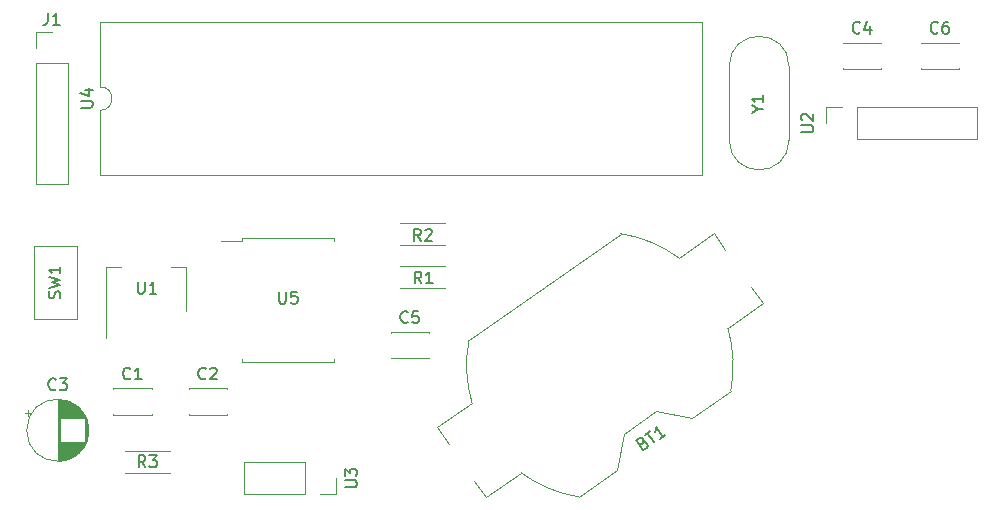
<source format=gbr>
%TF.GenerationSoftware,KiCad,Pcbnew,7.0.0*%
%TF.CreationDate,2023-07-13T20:29:25+08:00*%
%TF.ProjectId,Controller,436f6e74-726f-46c6-9c65-722e6b696361,rev?*%
%TF.SameCoordinates,Original*%
%TF.FileFunction,Legend,Top*%
%TF.FilePolarity,Positive*%
%FSLAX46Y46*%
G04 Gerber Fmt 4.6, Leading zero omitted, Abs format (unit mm)*
G04 Created by KiCad (PCBNEW 7.0.0) date 2023-07-13 20:29:25*
%MOMM*%
%LPD*%
G01*
G04 APERTURE LIST*
%ADD10C,0.150000*%
%ADD11C,0.120000*%
G04 APERTURE END LIST*
D10*
%TO.C,U2*%
X152517380Y-140371904D02*
X153326904Y-140371904D01*
X153326904Y-140371904D02*
X153422142Y-140324285D01*
X153422142Y-140324285D02*
X153469761Y-140276666D01*
X153469761Y-140276666D02*
X153517380Y-140181428D01*
X153517380Y-140181428D02*
X153517380Y-139990952D01*
X153517380Y-139990952D02*
X153469761Y-139895714D01*
X153469761Y-139895714D02*
X153422142Y-139848095D01*
X153422142Y-139848095D02*
X153326904Y-139800476D01*
X153326904Y-139800476D02*
X152517380Y-139800476D01*
X152612619Y-139371904D02*
X152565000Y-139324285D01*
X152565000Y-139324285D02*
X152517380Y-139229047D01*
X152517380Y-139229047D02*
X152517380Y-138990952D01*
X152517380Y-138990952D02*
X152565000Y-138895714D01*
X152565000Y-138895714D02*
X152612619Y-138848095D01*
X152612619Y-138848095D02*
X152707857Y-138800476D01*
X152707857Y-138800476D02*
X152803095Y-138800476D01*
X152803095Y-138800476D02*
X152945952Y-138848095D01*
X152945952Y-138848095D02*
X153517380Y-139419523D01*
X153517380Y-139419523D02*
X153517380Y-138800476D01*
%TO.C,R1*%
X120353333Y-153177380D02*
X120020000Y-152701190D01*
X119781905Y-153177380D02*
X119781905Y-152177380D01*
X119781905Y-152177380D02*
X120162857Y-152177380D01*
X120162857Y-152177380D02*
X120258095Y-152225000D01*
X120258095Y-152225000D02*
X120305714Y-152272619D01*
X120305714Y-152272619D02*
X120353333Y-152367857D01*
X120353333Y-152367857D02*
X120353333Y-152510714D01*
X120353333Y-152510714D02*
X120305714Y-152605952D01*
X120305714Y-152605952D02*
X120258095Y-152653571D01*
X120258095Y-152653571D02*
X120162857Y-152701190D01*
X120162857Y-152701190D02*
X119781905Y-152701190D01*
X121305714Y-153177380D02*
X120734286Y-153177380D01*
X121020000Y-153177380D02*
X121020000Y-152177380D01*
X121020000Y-152177380D02*
X120924762Y-152320238D01*
X120924762Y-152320238D02*
X120829524Y-152415476D01*
X120829524Y-152415476D02*
X120734286Y-152463095D01*
%TO.C,C6*%
X164073333Y-131932142D02*
X164025714Y-131979761D01*
X164025714Y-131979761D02*
X163882857Y-132027380D01*
X163882857Y-132027380D02*
X163787619Y-132027380D01*
X163787619Y-132027380D02*
X163644762Y-131979761D01*
X163644762Y-131979761D02*
X163549524Y-131884523D01*
X163549524Y-131884523D02*
X163501905Y-131789285D01*
X163501905Y-131789285D02*
X163454286Y-131598809D01*
X163454286Y-131598809D02*
X163454286Y-131455952D01*
X163454286Y-131455952D02*
X163501905Y-131265476D01*
X163501905Y-131265476D02*
X163549524Y-131170238D01*
X163549524Y-131170238D02*
X163644762Y-131075000D01*
X163644762Y-131075000D02*
X163787619Y-131027380D01*
X163787619Y-131027380D02*
X163882857Y-131027380D01*
X163882857Y-131027380D02*
X164025714Y-131075000D01*
X164025714Y-131075000D02*
X164073333Y-131122619D01*
X164930476Y-131027380D02*
X164740000Y-131027380D01*
X164740000Y-131027380D02*
X164644762Y-131075000D01*
X164644762Y-131075000D02*
X164597143Y-131122619D01*
X164597143Y-131122619D02*
X164501905Y-131265476D01*
X164501905Y-131265476D02*
X164454286Y-131455952D01*
X164454286Y-131455952D02*
X164454286Y-131836904D01*
X164454286Y-131836904D02*
X164501905Y-131932142D01*
X164501905Y-131932142D02*
X164549524Y-131979761D01*
X164549524Y-131979761D02*
X164644762Y-132027380D01*
X164644762Y-132027380D02*
X164835238Y-132027380D01*
X164835238Y-132027380D02*
X164930476Y-131979761D01*
X164930476Y-131979761D02*
X164978095Y-131932142D01*
X164978095Y-131932142D02*
X165025714Y-131836904D01*
X165025714Y-131836904D02*
X165025714Y-131598809D01*
X165025714Y-131598809D02*
X164978095Y-131503571D01*
X164978095Y-131503571D02*
X164930476Y-131455952D01*
X164930476Y-131455952D02*
X164835238Y-131408333D01*
X164835238Y-131408333D02*
X164644762Y-131408333D01*
X164644762Y-131408333D02*
X164549524Y-131455952D01*
X164549524Y-131455952D02*
X164501905Y-131503571D01*
X164501905Y-131503571D02*
X164454286Y-131598809D01*
%TO.C,C3*%
X89388333Y-162130142D02*
X89340714Y-162177761D01*
X89340714Y-162177761D02*
X89197857Y-162225380D01*
X89197857Y-162225380D02*
X89102619Y-162225380D01*
X89102619Y-162225380D02*
X88959762Y-162177761D01*
X88959762Y-162177761D02*
X88864524Y-162082523D01*
X88864524Y-162082523D02*
X88816905Y-161987285D01*
X88816905Y-161987285D02*
X88769286Y-161796809D01*
X88769286Y-161796809D02*
X88769286Y-161653952D01*
X88769286Y-161653952D02*
X88816905Y-161463476D01*
X88816905Y-161463476D02*
X88864524Y-161368238D01*
X88864524Y-161368238D02*
X88959762Y-161273000D01*
X88959762Y-161273000D02*
X89102619Y-161225380D01*
X89102619Y-161225380D02*
X89197857Y-161225380D01*
X89197857Y-161225380D02*
X89340714Y-161273000D01*
X89340714Y-161273000D02*
X89388333Y-161320619D01*
X89721667Y-161225380D02*
X90340714Y-161225380D01*
X90340714Y-161225380D02*
X90007381Y-161606333D01*
X90007381Y-161606333D02*
X90150238Y-161606333D01*
X90150238Y-161606333D02*
X90245476Y-161653952D01*
X90245476Y-161653952D02*
X90293095Y-161701571D01*
X90293095Y-161701571D02*
X90340714Y-161796809D01*
X90340714Y-161796809D02*
X90340714Y-162034904D01*
X90340714Y-162034904D02*
X90293095Y-162130142D01*
X90293095Y-162130142D02*
X90245476Y-162177761D01*
X90245476Y-162177761D02*
X90150238Y-162225380D01*
X90150238Y-162225380D02*
X89864524Y-162225380D01*
X89864524Y-162225380D02*
X89769286Y-162177761D01*
X89769286Y-162177761D02*
X89721667Y-162130142D01*
%TO.C,Y1*%
X148831190Y-138436190D02*
X149307380Y-138436190D01*
X148307380Y-138769523D02*
X148831190Y-138436190D01*
X148831190Y-138436190D02*
X148307380Y-138102857D01*
X149307380Y-137245714D02*
X149307380Y-137817142D01*
X149307380Y-137531428D02*
X148307380Y-137531428D01*
X148307380Y-137531428D02*
X148450238Y-137626666D01*
X148450238Y-137626666D02*
X148545476Y-137721904D01*
X148545476Y-137721904D02*
X148593095Y-137817142D01*
%TO.C,J1*%
X88726666Y-130287380D02*
X88726666Y-131001666D01*
X88726666Y-131001666D02*
X88679047Y-131144523D01*
X88679047Y-131144523D02*
X88583809Y-131239761D01*
X88583809Y-131239761D02*
X88440952Y-131287380D01*
X88440952Y-131287380D02*
X88345714Y-131287380D01*
X89726666Y-131287380D02*
X89155238Y-131287380D01*
X89440952Y-131287380D02*
X89440952Y-130287380D01*
X89440952Y-130287380D02*
X89345714Y-130430238D01*
X89345714Y-130430238D02*
X89250476Y-130525476D01*
X89250476Y-130525476D02*
X89155238Y-130573095D01*
%TO.C,BT1*%
X139097308Y-166674467D02*
X139241643Y-166631535D01*
X139241643Y-166631535D02*
X139307963Y-166643229D01*
X139307963Y-166643229D02*
X139401597Y-166693930D01*
X139401597Y-166693930D02*
X139483537Y-166810952D01*
X139483537Y-166810952D02*
X139499156Y-166916280D01*
X139499156Y-166916280D02*
X139487462Y-166982600D01*
X139487462Y-166982600D02*
X139436760Y-167076233D01*
X139436760Y-167076233D02*
X139124702Y-167294739D01*
X139124702Y-167294739D02*
X138551126Y-166475587D01*
X138551126Y-166475587D02*
X138824177Y-166284395D01*
X138824177Y-166284395D02*
X138929504Y-166268776D01*
X138929504Y-166268776D02*
X138995825Y-166280470D01*
X138995825Y-166280470D02*
X139089458Y-166331171D01*
X139089458Y-166331171D02*
X139144084Y-166409185D01*
X139144084Y-166409185D02*
X139159704Y-166514513D01*
X139159704Y-166514513D02*
X139148009Y-166580833D01*
X139148009Y-166580833D02*
X139097308Y-166674467D01*
X139097308Y-166674467D02*
X138824257Y-166865659D01*
X139253256Y-165983950D02*
X139721343Y-165656192D01*
X140060876Y-166639223D02*
X139487300Y-165820071D01*
X140997050Y-165983707D02*
X140528963Y-166311465D01*
X140763007Y-166147586D02*
X140189430Y-165328434D01*
X140189430Y-165328434D02*
X140193355Y-165500082D01*
X140193355Y-165500082D02*
X140169967Y-165632723D01*
X140169967Y-165632723D02*
X140119266Y-165726356D01*
%TO.C,C1*%
X95718333Y-161217142D02*
X95670714Y-161264761D01*
X95670714Y-161264761D02*
X95527857Y-161312380D01*
X95527857Y-161312380D02*
X95432619Y-161312380D01*
X95432619Y-161312380D02*
X95289762Y-161264761D01*
X95289762Y-161264761D02*
X95194524Y-161169523D01*
X95194524Y-161169523D02*
X95146905Y-161074285D01*
X95146905Y-161074285D02*
X95099286Y-160883809D01*
X95099286Y-160883809D02*
X95099286Y-160740952D01*
X95099286Y-160740952D02*
X95146905Y-160550476D01*
X95146905Y-160550476D02*
X95194524Y-160455238D01*
X95194524Y-160455238D02*
X95289762Y-160360000D01*
X95289762Y-160360000D02*
X95432619Y-160312380D01*
X95432619Y-160312380D02*
X95527857Y-160312380D01*
X95527857Y-160312380D02*
X95670714Y-160360000D01*
X95670714Y-160360000D02*
X95718333Y-160407619D01*
X96670714Y-161312380D02*
X96099286Y-161312380D01*
X96385000Y-161312380D02*
X96385000Y-160312380D01*
X96385000Y-160312380D02*
X96289762Y-160455238D01*
X96289762Y-160455238D02*
X96194524Y-160550476D01*
X96194524Y-160550476D02*
X96099286Y-160598095D01*
%TO.C,U1*%
X96334095Y-153037380D02*
X96334095Y-153846904D01*
X96334095Y-153846904D02*
X96381714Y-153942142D01*
X96381714Y-153942142D02*
X96429333Y-153989761D01*
X96429333Y-153989761D02*
X96524571Y-154037380D01*
X96524571Y-154037380D02*
X96715047Y-154037380D01*
X96715047Y-154037380D02*
X96810285Y-153989761D01*
X96810285Y-153989761D02*
X96857904Y-153942142D01*
X96857904Y-153942142D02*
X96905523Y-153846904D01*
X96905523Y-153846904D02*
X96905523Y-153037380D01*
X97905523Y-154037380D02*
X97334095Y-154037380D01*
X97619809Y-154037380D02*
X97619809Y-153037380D01*
X97619809Y-153037380D02*
X97524571Y-153180238D01*
X97524571Y-153180238D02*
X97429333Y-153275476D01*
X97429333Y-153275476D02*
X97334095Y-153323095D01*
%TO.C,U3*%
X113897380Y-170433904D02*
X114706904Y-170433904D01*
X114706904Y-170433904D02*
X114802142Y-170386285D01*
X114802142Y-170386285D02*
X114849761Y-170338666D01*
X114849761Y-170338666D02*
X114897380Y-170243428D01*
X114897380Y-170243428D02*
X114897380Y-170052952D01*
X114897380Y-170052952D02*
X114849761Y-169957714D01*
X114849761Y-169957714D02*
X114802142Y-169910095D01*
X114802142Y-169910095D02*
X114706904Y-169862476D01*
X114706904Y-169862476D02*
X113897380Y-169862476D01*
X113897380Y-169481523D02*
X113897380Y-168862476D01*
X113897380Y-168862476D02*
X114278333Y-169195809D01*
X114278333Y-169195809D02*
X114278333Y-169052952D01*
X114278333Y-169052952D02*
X114325952Y-168957714D01*
X114325952Y-168957714D02*
X114373571Y-168910095D01*
X114373571Y-168910095D02*
X114468809Y-168862476D01*
X114468809Y-168862476D02*
X114706904Y-168862476D01*
X114706904Y-168862476D02*
X114802142Y-168910095D01*
X114802142Y-168910095D02*
X114849761Y-168957714D01*
X114849761Y-168957714D02*
X114897380Y-169052952D01*
X114897380Y-169052952D02*
X114897380Y-169338666D01*
X114897380Y-169338666D02*
X114849761Y-169433904D01*
X114849761Y-169433904D02*
X114802142Y-169481523D01*
%TO.C,R3*%
X96988333Y-168742380D02*
X96655000Y-168266190D01*
X96416905Y-168742380D02*
X96416905Y-167742380D01*
X96416905Y-167742380D02*
X96797857Y-167742380D01*
X96797857Y-167742380D02*
X96893095Y-167790000D01*
X96893095Y-167790000D02*
X96940714Y-167837619D01*
X96940714Y-167837619D02*
X96988333Y-167932857D01*
X96988333Y-167932857D02*
X96988333Y-168075714D01*
X96988333Y-168075714D02*
X96940714Y-168170952D01*
X96940714Y-168170952D02*
X96893095Y-168218571D01*
X96893095Y-168218571D02*
X96797857Y-168266190D01*
X96797857Y-168266190D02*
X96416905Y-168266190D01*
X97321667Y-167742380D02*
X97940714Y-167742380D01*
X97940714Y-167742380D02*
X97607381Y-168123333D01*
X97607381Y-168123333D02*
X97750238Y-168123333D01*
X97750238Y-168123333D02*
X97845476Y-168170952D01*
X97845476Y-168170952D02*
X97893095Y-168218571D01*
X97893095Y-168218571D02*
X97940714Y-168313809D01*
X97940714Y-168313809D02*
X97940714Y-168551904D01*
X97940714Y-168551904D02*
X97893095Y-168647142D01*
X97893095Y-168647142D02*
X97845476Y-168694761D01*
X97845476Y-168694761D02*
X97750238Y-168742380D01*
X97750238Y-168742380D02*
X97464524Y-168742380D01*
X97464524Y-168742380D02*
X97369286Y-168694761D01*
X97369286Y-168694761D02*
X97321667Y-168647142D01*
%TO.C,U5*%
X108298095Y-153882380D02*
X108298095Y-154691904D01*
X108298095Y-154691904D02*
X108345714Y-154787142D01*
X108345714Y-154787142D02*
X108393333Y-154834761D01*
X108393333Y-154834761D02*
X108488571Y-154882380D01*
X108488571Y-154882380D02*
X108679047Y-154882380D01*
X108679047Y-154882380D02*
X108774285Y-154834761D01*
X108774285Y-154834761D02*
X108821904Y-154787142D01*
X108821904Y-154787142D02*
X108869523Y-154691904D01*
X108869523Y-154691904D02*
X108869523Y-153882380D01*
X109821904Y-153882380D02*
X109345714Y-153882380D01*
X109345714Y-153882380D02*
X109298095Y-154358571D01*
X109298095Y-154358571D02*
X109345714Y-154310952D01*
X109345714Y-154310952D02*
X109440952Y-154263333D01*
X109440952Y-154263333D02*
X109679047Y-154263333D01*
X109679047Y-154263333D02*
X109774285Y-154310952D01*
X109774285Y-154310952D02*
X109821904Y-154358571D01*
X109821904Y-154358571D02*
X109869523Y-154453809D01*
X109869523Y-154453809D02*
X109869523Y-154691904D01*
X109869523Y-154691904D02*
X109821904Y-154787142D01*
X109821904Y-154787142D02*
X109774285Y-154834761D01*
X109774285Y-154834761D02*
X109679047Y-154882380D01*
X109679047Y-154882380D02*
X109440952Y-154882380D01*
X109440952Y-154882380D02*
X109345714Y-154834761D01*
X109345714Y-154834761D02*
X109298095Y-154787142D01*
%TO.C,C4*%
X157473333Y-131932142D02*
X157425714Y-131979761D01*
X157425714Y-131979761D02*
X157282857Y-132027380D01*
X157282857Y-132027380D02*
X157187619Y-132027380D01*
X157187619Y-132027380D02*
X157044762Y-131979761D01*
X157044762Y-131979761D02*
X156949524Y-131884523D01*
X156949524Y-131884523D02*
X156901905Y-131789285D01*
X156901905Y-131789285D02*
X156854286Y-131598809D01*
X156854286Y-131598809D02*
X156854286Y-131455952D01*
X156854286Y-131455952D02*
X156901905Y-131265476D01*
X156901905Y-131265476D02*
X156949524Y-131170238D01*
X156949524Y-131170238D02*
X157044762Y-131075000D01*
X157044762Y-131075000D02*
X157187619Y-131027380D01*
X157187619Y-131027380D02*
X157282857Y-131027380D01*
X157282857Y-131027380D02*
X157425714Y-131075000D01*
X157425714Y-131075000D02*
X157473333Y-131122619D01*
X158330476Y-131360714D02*
X158330476Y-132027380D01*
X158092381Y-130979761D02*
X157854286Y-131694047D01*
X157854286Y-131694047D02*
X158473333Y-131694047D01*
%TO.C,R2*%
X120293333Y-149577380D02*
X119960000Y-149101190D01*
X119721905Y-149577380D02*
X119721905Y-148577380D01*
X119721905Y-148577380D02*
X120102857Y-148577380D01*
X120102857Y-148577380D02*
X120198095Y-148625000D01*
X120198095Y-148625000D02*
X120245714Y-148672619D01*
X120245714Y-148672619D02*
X120293333Y-148767857D01*
X120293333Y-148767857D02*
X120293333Y-148910714D01*
X120293333Y-148910714D02*
X120245714Y-149005952D01*
X120245714Y-149005952D02*
X120198095Y-149053571D01*
X120198095Y-149053571D02*
X120102857Y-149101190D01*
X120102857Y-149101190D02*
X119721905Y-149101190D01*
X120674286Y-148672619D02*
X120721905Y-148625000D01*
X120721905Y-148625000D02*
X120817143Y-148577380D01*
X120817143Y-148577380D02*
X121055238Y-148577380D01*
X121055238Y-148577380D02*
X121150476Y-148625000D01*
X121150476Y-148625000D02*
X121198095Y-148672619D01*
X121198095Y-148672619D02*
X121245714Y-148767857D01*
X121245714Y-148767857D02*
X121245714Y-148863095D01*
X121245714Y-148863095D02*
X121198095Y-149005952D01*
X121198095Y-149005952D02*
X120626667Y-149577380D01*
X120626667Y-149577380D02*
X121245714Y-149577380D01*
%TO.C,U4*%
X91517380Y-138291904D02*
X92326904Y-138291904D01*
X92326904Y-138291904D02*
X92422142Y-138244285D01*
X92422142Y-138244285D02*
X92469761Y-138196666D01*
X92469761Y-138196666D02*
X92517380Y-138101428D01*
X92517380Y-138101428D02*
X92517380Y-137910952D01*
X92517380Y-137910952D02*
X92469761Y-137815714D01*
X92469761Y-137815714D02*
X92422142Y-137768095D01*
X92422142Y-137768095D02*
X92326904Y-137720476D01*
X92326904Y-137720476D02*
X91517380Y-137720476D01*
X91850714Y-136815714D02*
X92517380Y-136815714D01*
X91469761Y-137053809D02*
X92184047Y-137291904D01*
X92184047Y-137291904D02*
X92184047Y-136672857D01*
%TO.C,C2*%
X102088333Y-161217142D02*
X102040714Y-161264761D01*
X102040714Y-161264761D02*
X101897857Y-161312380D01*
X101897857Y-161312380D02*
X101802619Y-161312380D01*
X101802619Y-161312380D02*
X101659762Y-161264761D01*
X101659762Y-161264761D02*
X101564524Y-161169523D01*
X101564524Y-161169523D02*
X101516905Y-161074285D01*
X101516905Y-161074285D02*
X101469286Y-160883809D01*
X101469286Y-160883809D02*
X101469286Y-160740952D01*
X101469286Y-160740952D02*
X101516905Y-160550476D01*
X101516905Y-160550476D02*
X101564524Y-160455238D01*
X101564524Y-160455238D02*
X101659762Y-160360000D01*
X101659762Y-160360000D02*
X101802619Y-160312380D01*
X101802619Y-160312380D02*
X101897857Y-160312380D01*
X101897857Y-160312380D02*
X102040714Y-160360000D01*
X102040714Y-160360000D02*
X102088333Y-160407619D01*
X102469286Y-160407619D02*
X102516905Y-160360000D01*
X102516905Y-160360000D02*
X102612143Y-160312380D01*
X102612143Y-160312380D02*
X102850238Y-160312380D01*
X102850238Y-160312380D02*
X102945476Y-160360000D01*
X102945476Y-160360000D02*
X102993095Y-160407619D01*
X102993095Y-160407619D02*
X103040714Y-160502857D01*
X103040714Y-160502857D02*
X103040714Y-160598095D01*
X103040714Y-160598095D02*
X102993095Y-160740952D01*
X102993095Y-160740952D02*
X102421667Y-161312380D01*
X102421667Y-161312380D02*
X103040714Y-161312380D01*
%TO.C,C5*%
X119193333Y-156432142D02*
X119145714Y-156479761D01*
X119145714Y-156479761D02*
X119002857Y-156527380D01*
X119002857Y-156527380D02*
X118907619Y-156527380D01*
X118907619Y-156527380D02*
X118764762Y-156479761D01*
X118764762Y-156479761D02*
X118669524Y-156384523D01*
X118669524Y-156384523D02*
X118621905Y-156289285D01*
X118621905Y-156289285D02*
X118574286Y-156098809D01*
X118574286Y-156098809D02*
X118574286Y-155955952D01*
X118574286Y-155955952D02*
X118621905Y-155765476D01*
X118621905Y-155765476D02*
X118669524Y-155670238D01*
X118669524Y-155670238D02*
X118764762Y-155575000D01*
X118764762Y-155575000D02*
X118907619Y-155527380D01*
X118907619Y-155527380D02*
X119002857Y-155527380D01*
X119002857Y-155527380D02*
X119145714Y-155575000D01*
X119145714Y-155575000D02*
X119193333Y-155622619D01*
X120098095Y-155527380D02*
X119621905Y-155527380D01*
X119621905Y-155527380D02*
X119574286Y-156003571D01*
X119574286Y-156003571D02*
X119621905Y-155955952D01*
X119621905Y-155955952D02*
X119717143Y-155908333D01*
X119717143Y-155908333D02*
X119955238Y-155908333D01*
X119955238Y-155908333D02*
X120050476Y-155955952D01*
X120050476Y-155955952D02*
X120098095Y-156003571D01*
X120098095Y-156003571D02*
X120145714Y-156098809D01*
X120145714Y-156098809D02*
X120145714Y-156336904D01*
X120145714Y-156336904D02*
X120098095Y-156432142D01*
X120098095Y-156432142D02*
X120050476Y-156479761D01*
X120050476Y-156479761D02*
X119955238Y-156527380D01*
X119955238Y-156527380D02*
X119717143Y-156527380D01*
X119717143Y-156527380D02*
X119621905Y-156479761D01*
X119621905Y-156479761D02*
X119574286Y-156432142D01*
%TO.C,SW1*%
X89729761Y-154433332D02*
X89777380Y-154290475D01*
X89777380Y-154290475D02*
X89777380Y-154052380D01*
X89777380Y-154052380D02*
X89729761Y-153957142D01*
X89729761Y-153957142D02*
X89682142Y-153909523D01*
X89682142Y-153909523D02*
X89586904Y-153861904D01*
X89586904Y-153861904D02*
X89491666Y-153861904D01*
X89491666Y-153861904D02*
X89396428Y-153909523D01*
X89396428Y-153909523D02*
X89348809Y-153957142D01*
X89348809Y-153957142D02*
X89301190Y-154052380D01*
X89301190Y-154052380D02*
X89253571Y-154242856D01*
X89253571Y-154242856D02*
X89205952Y-154338094D01*
X89205952Y-154338094D02*
X89158333Y-154385713D01*
X89158333Y-154385713D02*
X89063095Y-154433332D01*
X89063095Y-154433332D02*
X88967857Y-154433332D01*
X88967857Y-154433332D02*
X88872619Y-154385713D01*
X88872619Y-154385713D02*
X88825000Y-154338094D01*
X88825000Y-154338094D02*
X88777380Y-154242856D01*
X88777380Y-154242856D02*
X88777380Y-154004761D01*
X88777380Y-154004761D02*
X88825000Y-153861904D01*
X88777380Y-153528570D02*
X89777380Y-153290475D01*
X89777380Y-153290475D02*
X89063095Y-153099999D01*
X89063095Y-153099999D02*
X89777380Y-152909523D01*
X89777380Y-152909523D02*
X88777380Y-152671428D01*
X89777380Y-151766666D02*
X89777380Y-152338094D01*
X89777380Y-152052380D02*
X88777380Y-152052380D01*
X88777380Y-152052380D02*
X88920238Y-152147618D01*
X88920238Y-152147618D02*
X89015476Y-152242856D01*
X89015476Y-152242856D02*
X89063095Y-152338094D01*
D11*
%TO.C,U2*%
X157190000Y-140940000D02*
X167410000Y-140940000D01*
X157190000Y-140940000D02*
X157190000Y-138280000D01*
X167410000Y-140940000D02*
X167410000Y-138280000D01*
X154590000Y-139610000D02*
X154590000Y-138280000D01*
X154590000Y-138280000D02*
X155920000Y-138280000D01*
X157190000Y-138280000D02*
X167410000Y-138280000D01*
%TO.C,R1*%
X118540000Y-151690000D02*
X122380000Y-151690000D01*
X118540000Y-153530000D02*
X122380000Y-153530000D01*
%TO.C,C6*%
X162620000Y-132790000D02*
X162620000Y-132855000D01*
X162620000Y-132790000D02*
X165860000Y-132790000D01*
X162620000Y-134965000D02*
X162620000Y-135030000D01*
X162620000Y-135030000D02*
X165860000Y-135030000D01*
X165860000Y-132790000D02*
X165860000Y-132855000D01*
X165860000Y-134965000D02*
X165860000Y-135030000D01*
%TO.C,C3*%
X86750225Y-164133000D02*
X87250225Y-164133000D01*
X87000225Y-163883000D02*
X87000225Y-164383000D01*
X89555000Y-163028000D02*
X89555000Y-168188000D01*
X89595000Y-163028000D02*
X89595000Y-168188000D01*
X89635000Y-163029000D02*
X89635000Y-168187000D01*
X89675000Y-163030000D02*
X89675000Y-168186000D01*
X89715000Y-163032000D02*
X89715000Y-168184000D01*
X89755000Y-163035000D02*
X89755000Y-168181000D01*
X89795000Y-163039000D02*
X89795000Y-164568000D01*
X89795000Y-166648000D02*
X89795000Y-168177000D01*
X89835000Y-163043000D02*
X89835000Y-164568000D01*
X89835000Y-166648000D02*
X89835000Y-168173000D01*
X89875000Y-163047000D02*
X89875000Y-164568000D01*
X89875000Y-166648000D02*
X89875000Y-168169000D01*
X89915000Y-163052000D02*
X89915000Y-164568000D01*
X89915000Y-166648000D02*
X89915000Y-168164000D01*
X89955000Y-163058000D02*
X89955000Y-164568000D01*
X89955000Y-166648000D02*
X89955000Y-168158000D01*
X89995000Y-163065000D02*
X89995000Y-164568000D01*
X89995000Y-166648000D02*
X89995000Y-168151000D01*
X90035000Y-163072000D02*
X90035000Y-164568000D01*
X90035000Y-166648000D02*
X90035000Y-168144000D01*
X90075000Y-163080000D02*
X90075000Y-164568000D01*
X90075000Y-166648000D02*
X90075000Y-168136000D01*
X90115000Y-163088000D02*
X90115000Y-164568000D01*
X90115000Y-166648000D02*
X90115000Y-168128000D01*
X90155000Y-163097000D02*
X90155000Y-164568000D01*
X90155000Y-166648000D02*
X90155000Y-168119000D01*
X90195000Y-163107000D02*
X90195000Y-164568000D01*
X90195000Y-166648000D02*
X90195000Y-168109000D01*
X90235000Y-163117000D02*
X90235000Y-164568000D01*
X90235000Y-166648000D02*
X90235000Y-168099000D01*
X90276000Y-163128000D02*
X90276000Y-164568000D01*
X90276000Y-166648000D02*
X90276000Y-168088000D01*
X90316000Y-163140000D02*
X90316000Y-164568000D01*
X90316000Y-166648000D02*
X90316000Y-168076000D01*
X90356000Y-163153000D02*
X90356000Y-164568000D01*
X90356000Y-166648000D02*
X90356000Y-168063000D01*
X90396000Y-163166000D02*
X90396000Y-164568000D01*
X90396000Y-166648000D02*
X90396000Y-168050000D01*
X90436000Y-163180000D02*
X90436000Y-164568000D01*
X90436000Y-166648000D02*
X90436000Y-168036000D01*
X90476000Y-163194000D02*
X90476000Y-164568000D01*
X90476000Y-166648000D02*
X90476000Y-168022000D01*
X90516000Y-163210000D02*
X90516000Y-164568000D01*
X90516000Y-166648000D02*
X90516000Y-168006000D01*
X90556000Y-163226000D02*
X90556000Y-164568000D01*
X90556000Y-166648000D02*
X90556000Y-167990000D01*
X90596000Y-163243000D02*
X90596000Y-164568000D01*
X90596000Y-166648000D02*
X90596000Y-167973000D01*
X90636000Y-163260000D02*
X90636000Y-164568000D01*
X90636000Y-166648000D02*
X90636000Y-167956000D01*
X90676000Y-163279000D02*
X90676000Y-164568000D01*
X90676000Y-166648000D02*
X90676000Y-167937000D01*
X90716000Y-163298000D02*
X90716000Y-164568000D01*
X90716000Y-166648000D02*
X90716000Y-167918000D01*
X90756000Y-163318000D02*
X90756000Y-164568000D01*
X90756000Y-166648000D02*
X90756000Y-167898000D01*
X90796000Y-163340000D02*
X90796000Y-164568000D01*
X90796000Y-166648000D02*
X90796000Y-167876000D01*
X90836000Y-163361000D02*
X90836000Y-164568000D01*
X90836000Y-166648000D02*
X90836000Y-167855000D01*
X90876000Y-163384000D02*
X90876000Y-164568000D01*
X90876000Y-166648000D02*
X90876000Y-167832000D01*
X90916000Y-163408000D02*
X90916000Y-164568000D01*
X90916000Y-166648000D02*
X90916000Y-167808000D01*
X90956000Y-163433000D02*
X90956000Y-164568000D01*
X90956000Y-166648000D02*
X90956000Y-167783000D01*
X90996000Y-163459000D02*
X90996000Y-164568000D01*
X90996000Y-166648000D02*
X90996000Y-167757000D01*
X91036000Y-163486000D02*
X91036000Y-164568000D01*
X91036000Y-166648000D02*
X91036000Y-167730000D01*
X91076000Y-163513000D02*
X91076000Y-164568000D01*
X91076000Y-166648000D02*
X91076000Y-167703000D01*
X91116000Y-163543000D02*
X91116000Y-164568000D01*
X91116000Y-166648000D02*
X91116000Y-167673000D01*
X91156000Y-163573000D02*
X91156000Y-164568000D01*
X91156000Y-166648000D02*
X91156000Y-167643000D01*
X91196000Y-163604000D02*
X91196000Y-164568000D01*
X91196000Y-166648000D02*
X91196000Y-167612000D01*
X91236000Y-163637000D02*
X91236000Y-164568000D01*
X91236000Y-166648000D02*
X91236000Y-167579000D01*
X91276000Y-163671000D02*
X91276000Y-164568000D01*
X91276000Y-166648000D02*
X91276000Y-167545000D01*
X91316000Y-163707000D02*
X91316000Y-164568000D01*
X91316000Y-166648000D02*
X91316000Y-167509000D01*
X91356000Y-163744000D02*
X91356000Y-164568000D01*
X91356000Y-166648000D02*
X91356000Y-167472000D01*
X91396000Y-163782000D02*
X91396000Y-164568000D01*
X91396000Y-166648000D02*
X91396000Y-167434000D01*
X91436000Y-163823000D02*
X91436000Y-164568000D01*
X91436000Y-166648000D02*
X91436000Y-167393000D01*
X91476000Y-163865000D02*
X91476000Y-164568000D01*
X91476000Y-166648000D02*
X91476000Y-167351000D01*
X91516000Y-163909000D02*
X91516000Y-164568000D01*
X91516000Y-166648000D02*
X91516000Y-167307000D01*
X91556000Y-163955000D02*
X91556000Y-164568000D01*
X91556000Y-166648000D02*
X91556000Y-167261000D01*
X91596000Y-164003000D02*
X91596000Y-164568000D01*
X91596000Y-166648000D02*
X91596000Y-167213000D01*
X91636000Y-164054000D02*
X91636000Y-164568000D01*
X91636000Y-166648000D02*
X91636000Y-167162000D01*
X91676000Y-164108000D02*
X91676000Y-164568000D01*
X91676000Y-166648000D02*
X91676000Y-167108000D01*
X91716000Y-164165000D02*
X91716000Y-164568000D01*
X91716000Y-166648000D02*
X91716000Y-167051000D01*
X91756000Y-164225000D02*
X91756000Y-164568000D01*
X91756000Y-166648000D02*
X91756000Y-166991000D01*
X91796000Y-164289000D02*
X91796000Y-164568000D01*
X91796000Y-166648000D02*
X91796000Y-166927000D01*
X91836000Y-164357000D02*
X91836000Y-164568000D01*
X91836000Y-166648000D02*
X91836000Y-166859000D01*
X91876000Y-164430000D02*
X91876000Y-166786000D01*
X91916000Y-164510000D02*
X91916000Y-166706000D01*
X91956000Y-164597000D02*
X91956000Y-166619000D01*
X91996000Y-164693000D02*
X91996000Y-166523000D01*
X92036000Y-164803000D02*
X92036000Y-166413000D01*
X92076000Y-164931000D02*
X92076000Y-166285000D01*
X92116000Y-165090000D02*
X92116000Y-166126000D01*
X92156000Y-165324000D02*
X92156000Y-165892000D01*
X92175000Y-165608000D02*
G75*
G03*
X92175000Y-165608000I-2620000J0D01*
G01*
%TO.C,Y1*%
X146415000Y-141035000D02*
X146415000Y-134785000D01*
X151465000Y-141035000D02*
X151465000Y-134785000D01*
X146415000Y-141035000D02*
G75*
G03*
X151465000Y-141035000I2525000J0D01*
G01*
X151465000Y-134785000D02*
G75*
G03*
X146415000Y-134785000I-2525000J0D01*
G01*
%TO.C,J1*%
X87730000Y-131920000D02*
X89060000Y-131920000D01*
X87730000Y-133250000D02*
X87730000Y-131920000D01*
X87730000Y-134520000D02*
X87730000Y-144740000D01*
X87730000Y-134520000D02*
X90390000Y-134520000D01*
X87730000Y-144740000D02*
X90390000Y-144740000D01*
X90390000Y-134520000D02*
X90390000Y-144740000D01*
%TO.C,BT1*%
X121667323Y-165360740D02*
X124631015Y-163285540D01*
X122648139Y-166761490D02*
X121667323Y-165360740D01*
X124827729Y-169874268D02*
X125808545Y-171275018D01*
X128772237Y-169199818D02*
X125808545Y-171275018D01*
X124380163Y-157967703D02*
X137236427Y-148965651D01*
X136949778Y-168967328D02*
X133683573Y-171254349D01*
X137490044Y-165903325D02*
X136949778Y-168967328D01*
X140209629Y-163999052D02*
X137490044Y-165903325D01*
X140209629Y-163999052D02*
X143273632Y-164539318D01*
X146539837Y-162252297D02*
X143273632Y-164539318D01*
X142147763Y-151020182D02*
X145111455Y-148944982D01*
X146092271Y-150345732D02*
X145111455Y-148944982D01*
X148271861Y-153458510D02*
X149252677Y-154859260D01*
X149252677Y-154859260D02*
X146288985Y-156934460D01*
X124380717Y-157965131D02*
G75*
G03*
X124631016Y-163285540I11079305J-2144866D01*
G01*
X128772238Y-169199817D02*
G75*
G03*
X133686179Y-171254707I6687760J9089811D01*
G01*
X142147763Y-151020182D02*
G75*
G03*
X137233821Y-148965292I-6687763J-9089818D01*
G01*
X146539283Y-162254869D02*
G75*
G03*
X146288985Y-156934460I-11079306J2144867D01*
G01*
%TO.C,C1*%
X94265000Y-162075000D02*
X94265000Y-162140000D01*
X94265000Y-162075000D02*
X97505000Y-162075000D01*
X94265000Y-164250000D02*
X94265000Y-164315000D01*
X94265000Y-164315000D02*
X97505000Y-164315000D01*
X97505000Y-162075000D02*
X97505000Y-162140000D01*
X97505000Y-164250000D02*
X97505000Y-164315000D01*
%TO.C,U1*%
X93618000Y-157770000D02*
X93618000Y-151760000D01*
X100438000Y-155520000D02*
X100438000Y-151760000D01*
X93618000Y-151760000D02*
X94878000Y-151760000D01*
X100438000Y-151760000D02*
X99178000Y-151760000D01*
%TO.C,U3*%
X110490000Y-168342000D02*
X105350000Y-168342000D01*
X110490000Y-168342000D02*
X110490000Y-171002000D01*
X105350000Y-168342000D02*
X105350000Y-171002000D01*
X113090000Y-169672000D02*
X113090000Y-171002000D01*
X113090000Y-171002000D02*
X111760000Y-171002000D01*
X110490000Y-171002000D02*
X105350000Y-171002000D01*
%TO.C,R3*%
X95235000Y-167355000D02*
X99075000Y-167355000D01*
X95235000Y-169195000D02*
X99075000Y-169195000D01*
%TO.C,U5*%
X105200000Y-149350000D02*
X105200000Y-149605000D01*
X105200000Y-149605000D02*
X103385000Y-149605000D01*
X105200000Y-159870000D02*
X105200000Y-159615000D01*
X109060000Y-149350000D02*
X105200000Y-149350000D01*
X109060000Y-149350000D02*
X112920000Y-149350000D01*
X109060000Y-159870000D02*
X105200000Y-159870000D01*
X109060000Y-159870000D02*
X112920000Y-159870000D01*
X112920000Y-149350000D02*
X112920000Y-149605000D01*
X112920000Y-159870000D02*
X112920000Y-159615000D01*
%TO.C,C4*%
X156020000Y-132790000D02*
X156020000Y-132855000D01*
X156020000Y-132790000D02*
X159260000Y-132790000D01*
X156020000Y-134965000D02*
X156020000Y-135030000D01*
X156020000Y-135030000D02*
X159260000Y-135030000D01*
X159260000Y-132790000D02*
X159260000Y-132855000D01*
X159260000Y-134965000D02*
X159260000Y-135030000D01*
%TO.C,R2*%
X118540000Y-148090000D02*
X122380000Y-148090000D01*
X118540000Y-149930000D02*
X122380000Y-149930000D01*
%TO.C,U4*%
X93150000Y-143990000D02*
X144070000Y-143990000D01*
X144070000Y-143990000D02*
X144070000Y-131070000D01*
X93150000Y-138530000D02*
X93150000Y-143990000D01*
X93150000Y-131070000D02*
X93150000Y-136530000D01*
X144070000Y-131070000D02*
X93150000Y-131070000D01*
X93150000Y-138530000D02*
G75*
G03*
X93150000Y-136530000I0J1000000D01*
G01*
%TO.C,C2*%
X100635000Y-162075000D02*
X100635000Y-162140000D01*
X100635000Y-162075000D02*
X103875000Y-162075000D01*
X100635000Y-164250000D02*
X100635000Y-164315000D01*
X100635000Y-164315000D02*
X103875000Y-164315000D01*
X103875000Y-162075000D02*
X103875000Y-162140000D01*
X103875000Y-164250000D02*
X103875000Y-164315000D01*
%TO.C,C5*%
X117740000Y-157290000D02*
X117740000Y-157355000D01*
X117740000Y-157290000D02*
X120980000Y-157290000D01*
X117740000Y-159465000D02*
X117740000Y-159530000D01*
X117740000Y-159530000D02*
X120980000Y-159530000D01*
X120980000Y-157290000D02*
X120980000Y-157355000D01*
X120980000Y-159465000D02*
X120980000Y-159530000D01*
%TO.C,SW1*%
X87550000Y-156160000D02*
X87550000Y-150040000D01*
X91170000Y-156160000D02*
X87550000Y-156160000D01*
X87550000Y-150040000D02*
X91170000Y-150040000D01*
X91170000Y-150040000D02*
X91170000Y-156160000D01*
%TD*%
M02*

</source>
